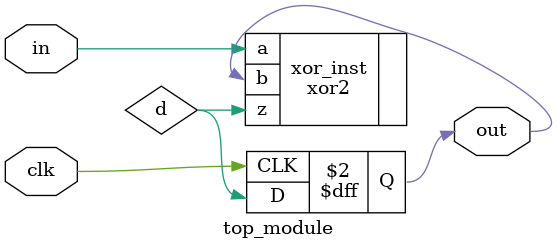
<source format=sv>
module top_module (
	input clk,
	input in,
	output logic out
);

    reg d;
 
    xor2 #(2) xor_inst (
        .a(in),
        .b(out),
        .z(d)
    );
    
    always @(posedge clk) begin
        out <= d;
    end
    
endmodule

</source>
